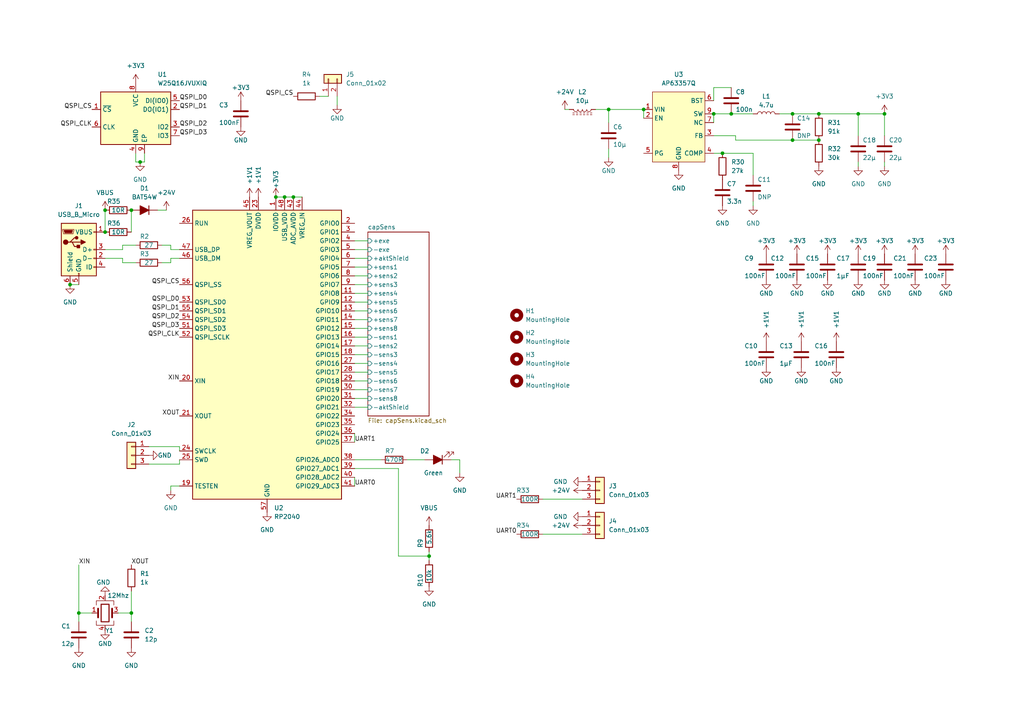
<source format=kicad_sch>
(kicad_sch (version 20211123) (generator eeschema)
  (paper "A4")
  (lib_symbols
    (symbol "Bergi:AP63357Q"
      (property "Reference" "U" (at -6.35 11.43 0))
      (property "Value" "AP63357Q" (at -2.54 8.89 0))
      (symbol "AP63357Q_0_1"
        (rectangle (start -7.62 7.62) (end 7.62 -12.7) (fill (type background)))
      )
      (symbol "AP63357Q_1_1"
        (pin unspecified line (at -10.16 2.54 0) (length 2.54) (name "VIN") (number "1"))
        (pin unspecified line (at -10.16 0 0) (length 2.54) (name "EN") (number "2"))
        (pin unspecified line (at 10.16 -5.08 180) (length 2.54) (name "FB") (number "3"))
        (pin unspecified line (at 10.16 -10.16 180) (length 2.54) (name "COMP") (number "4"))
        (pin unspecified line (at -10.16 -10.16 0) (length 2.54) (name "PG") (number "5"))
        (pin unspecified line (at 10.16 5.08 180) (length 2.54) (name "BST") (number "6"))
        (pin unspecified line (at 10.16 -1.27 180) (length 2.54) (name "NC") (number "7"))
        (pin unspecified line (at 0 -15.24 90) (length 2.54) (name "GND") (number "8"))
        (pin unspecified line (at 10.16 1.27 180) (length 2.54) (name "SW") (number "9"))
      )
    )
    (symbol "Bergi:W25Q16JVUXIQ"
      (property "Reference" "U" (at -8.89 8.89 0))
      (property "Value" "W25Q16JVUXIQ" (at 7.62 8.89 0))
      (symbol "W25Q16JVUXIQ_0_1"
        (rectangle (start -10.16 7.62) (end 10.16 -7.62) (stroke (width 0.254)) (fill (type background)))
      )
      (symbol "W25Q16JVUXIQ_1_1"
        (pin input line (at -12.7 2.54 0) (length 2.54) (name "~{CS}") (number "1"))
        (pin bidirectional line (at 12.7 2.54 180) (length 2.54) (name "DO(IO1)") (number "2"))
        (pin bidirectional line (at 12.7 -2.54 180) (length 2.54) (name "IO2") (number "3"))
        (pin power_in line (at 0 -10.16 90) (length 2.54) (name "GND") (number "4"))
        (pin bidirectional line (at 12.7 5.08 180) (length 2.54) (name "DI(IO0)") (number "5"))
        (pin input line (at -12.7 -2.54 0) (length 2.54) (name "CLK") (number "6"))
        (pin bidirectional line (at 12.7 -5.08 180) (length 2.54) (name "IO3") (number "7"))
        (pin power_in line (at 0 10.16 270) (length 2.54) (name "VCC") (number "8"))
        (pin passive line (at 2.54 -10.16 90) (length 2.54) (name "EP") (number "9"))
      )
    )
    (symbol "Connector:USB_B_Micro" (pin_names (offset 1.016))
      (property "Reference" "J" (at -5.08 11.43 0))
      (property "Value" "USB_B_Micro" (at -5.08 8.89 0))
      (symbol "USB_B_Micro_0_1"
        (rectangle (start -5.08 -7.62) (end 5.08 7.62) (stroke (width 0.254)) (fill (type background)))
        (circle (center -3.81 2.159) (radius 0.635) (stroke (width 0.254)) (fill (type outline)))
        (circle (center -0.635 3.429) (radius 0.381) (stroke (width 0.254)) (fill (type outline)))
        (rectangle (start -0.127 -7.62) (end 0.127 -6.858))
        (polyline (pts (xy -1.905 2.159) (xy 0.635 2.159)) (stroke (width 0.254)))
        (polyline (pts (xy -3.175 2.159) (xy -2.54 2.159) (xy -1.27 3.429) (xy -0.635 3.429)) (stroke (width 0.254)))
        (polyline (pts (xy -2.54 2.159) (xy -1.905 2.159) (xy -1.27 0.889) (xy 0 0.889)) (stroke (width 0.254)))
        (polyline (pts (xy 0.635 2.794) (xy 0.635 1.524) (xy 1.905 2.159) (xy 0.635 2.794)) (stroke (width 0.254)) (fill (type outline)))
        (polyline (pts (xy -4.318 5.588) (xy -1.778 5.588) (xy -2.032 4.826) (xy -4.064 4.826) (xy -4.318 5.588)) (fill (type outline)))
        (polyline (pts (xy -4.699 5.842) (xy -4.699 5.588) (xy -4.445 4.826) (xy -4.445 4.572) (xy -1.651 4.572) (xy -1.651 4.826) (xy -1.397 5.588) (xy -1.397 5.842) (xy -4.699 5.842)))
        (rectangle (start 0.254 1.27) (end -0.508 0.508) (stroke (width 0.254)) (fill (type outline)))
        (rectangle (start 5.08 -5.207) (end 4.318 -4.953))
        (rectangle (start 5.08 -2.667) (end 4.318 -2.413))
        (rectangle (start 5.08 -0.127) (end 4.318 0.127))
        (rectangle (start 5.08 4.953) (end 4.318 5.207))
      )
      (symbol "USB_B_Micro_1_1"
        (pin power_out line (at 7.62 5.08 180) (length 2.54) (name "VBUS") (number "1"))
        (pin bidirectional line (at 7.62 -2.54 180) (length 2.54) (name "D-") (number "2"))
        (pin bidirectional line (at 7.62 0 180) (length 2.54) (name "D+") (number "3"))
        (pin passive line (at 7.62 -5.08 180) (length 2.54) (name "ID") (number "4"))
        (pin power_out line (at 0 -10.16 90) (length 2.54) (name "GND") (number "5"))
        (pin passive line (at -2.54 -10.16 90) (length 2.54) (name "Shield") (number "6"))
      )
    )
    (symbol "Connector_Generic:Conn_01x02" (pin_names (offset 1.016) hide)
      (property "Reference" "J" (at 0 2.54 0))
      (property "Value" "Conn_01x02" (at 0 -5.08 0))
      (symbol "Conn_01x02_1_1"
        (rectangle (start -1.27 -2.413) (end 0 -2.667) (stroke (width 0.1524)))
        (rectangle (start -1.27 0.127) (end 0 -0.127) (stroke (width 0.1524)))
        (rectangle (start -1.27 1.27) (end 1.27 -3.81) (stroke (width 0.254)) (fill (type background)))
        (pin passive line (at -5.08 0 0) (length 3.81) (name "Pin_1") (number "1"))
        (pin passive line (at -5.08 -2.54 0) (length 3.81) (name "Pin_2") (number "2"))
      )
    )
    (symbol "Connector_Generic:Conn_01x03" (pin_names (offset 1.016) hide)
      (property "Reference" "J" (at 0 5.08 0))
      (property "Value" "Conn_01x03" (at 0 -5.08 0))
      (symbol "Conn_01x03_1_1"
        (rectangle (start -1.27 -2.413) (end 0 -2.667) (stroke (width 0.1524)))
        (rectangle (start -1.27 0.127) (end 0 -0.127) (stroke (width 0.1524)))
        (rectangle (start -1.27 2.667) (end 0 2.413) (stroke (width 0.1524)))
        (rectangle (start -1.27 3.81) (end 1.27 -3.81) (stroke (width 0.254)) (fill (type background)))
        (pin passive line (at -5.08 2.54 0) (length 3.81) (name "Pin_1") (number "1"))
        (pin passive line (at -5.08 0 0) (length 3.81) (name "Pin_2") (number "2"))
        (pin passive line (at -5.08 -2.54 0) (length 3.81) (name "Pin_3") (number "3"))
      )
    )
    (symbol "Device:C" (pin_numbers hide) (pin_names (offset 0.254))
      (property "Reference" "C" (at 0.635 2.54 0))
      (property "Value" "C" (at 0.635 -2.54 0))
      (symbol "C_0_1"
        (polyline (pts (xy -2.032 -0.762) (xy 2.032 -0.762)) (stroke (width 0.508)))
        (polyline (pts (xy -2.032 0.762) (xy 2.032 0.762)) (stroke (width 0.508)))
      )
      (symbol "C_1_1"
        (pin passive line (at 0 3.81 270) (length 2.794) (name "~") (number "1"))
        (pin passive line (at 0 -3.81 90) (length 2.794) (name "~") (number "2"))
      )
    )
    (symbol "Device:Crystal_GND24" (pin_names (offset 1.016) hide)
      (property "Reference" "Y" (at 3.175 5.08 0))
      (property "Value" "Crystal_GND24" (at 3.175 3.175 0))
      (symbol "Crystal_GND24_0_1"
        (rectangle (start -1.143 2.54) (end 1.143 -2.54) (stroke (width 0.3048)))
        (polyline (pts (xy -2.54 0) (xy -2.032 0)))
        (polyline (pts (xy -2.032 -1.27) (xy -2.032 1.27)) (stroke (width 0.508)))
        (polyline (pts (xy 0 -3.81) (xy 0 -3.556)))
        (polyline (pts (xy 0 3.556) (xy 0 3.81)))
        (polyline (pts (xy 2.032 -1.27) (xy 2.032 1.27)) (stroke (width 0.508)))
        (polyline (pts (xy 2.032 0) (xy 2.54 0)))
        (polyline (pts (xy -2.54 -2.286) (xy -2.54 -3.556) (xy 2.54 -3.556) (xy 2.54 -2.286)))
        (polyline (pts (xy -2.54 2.286) (xy -2.54 3.556) (xy 2.54 3.556) (xy 2.54 2.286)))
      )
      (symbol "Crystal_GND24_1_1"
        (pin passive line (at -3.81 0 0) (length 1.27) (name "1") (number "1"))
        (pin passive line (at 0 5.08 270) (length 1.27) (name "2") (number "2"))
        (pin passive line (at 3.81 0 180) (length 1.27) (name "3") (number "3"))
        (pin passive line (at 0 -5.08 90) (length 1.27) (name "4") (number "4"))
      )
    )
    (symbol "Device:D_Filled" (pin_numbers hide) (pin_names (offset 1.016) hide)
      (property "Reference" "D" (at 0 2.54 0))
      (property "Value" "D_Filled" (at 0 -2.54 0))
      (symbol "D_Filled_0_1"
        (polyline (pts (xy -1.27 1.27) (xy -1.27 -1.27)) (stroke (width 0.254)))
        (polyline (pts (xy 1.27 0) (xy -1.27 0)))
        (polyline (pts (xy 1.27 1.27) (xy 1.27 -1.27) (xy -1.27 0) (xy 1.27 1.27)) (stroke (width 0.254)) (fill (type outline)))
      )
      (symbol "D_Filled_1_1"
        (pin passive line (at -3.81 0 0) (length 2.54) (name "K") (number "1"))
        (pin passive line (at 3.81 0 180) (length 2.54) (name "A") (number "2"))
      )
    )
    (symbol "Device:L" (pin_numbers hide) (pin_names (offset 1.016) hide)
      (property "Reference" "L" (at -1.27 0 90))
      (property "Value" "L" (at 1.905 0 90))
      (symbol "L_0_1"
        (arc (start 0 -2.54) (mid 0.635 -1.905) (end 0 -1.27))
        (arc (start 0 -1.27) (mid 0.635 -0.635) (end 0 0))
        (arc (start 0 0) (mid 0.635 0.635) (end 0 1.27))
        (arc (start 0 1.27) (mid 0.635 1.905) (end 0 2.54))
      )
      (symbol "L_1_1"
        (pin passive line (at 0 3.81 270) (length 1.27) (name "1") (number "1"))
        (pin passive line (at 0 -3.81 90) (length 1.27) (name "2") (number "2"))
      )
    )
    (symbol "Device:LED_Filled" (pin_numbers hide) (pin_names (offset 1.016) hide)
      (property "Reference" "D" (at 0 2.54 0))
      (property "Value" "LED_Filled" (at 0 -2.54 0))
      (symbol "LED_Filled_0_1"
        (polyline (pts (xy -1.27 -1.27) (xy -1.27 1.27)) (stroke (width 0.254)))
        (polyline (pts (xy -1.27 0) (xy 1.27 0)))
        (polyline (pts (xy 1.27 -1.27) (xy 1.27 1.27) (xy -1.27 0) (xy 1.27 -1.27)) (stroke (width 0.254)) (fill (type outline)))
        (polyline (pts (xy -3.048 -0.762) (xy -4.572 -2.286) (xy -3.81 -2.286) (xy -4.572 -2.286) (xy -4.572 -1.524)))
        (polyline (pts (xy -1.778 -0.762) (xy -3.302 -2.286) (xy -2.54 -2.286) (xy -3.302 -2.286) (xy -3.302 -1.524)))
      )
      (symbol "LED_Filled_1_1"
        (pin passive line (at -3.81 0 0) (length 2.54) (name "K") (number "1"))
        (pin passive line (at 3.81 0 180) (length 2.54) (name "A") (number "2"))
      )
    )
    (symbol "Device:L_Ferrite" (pin_numbers hide) (pin_names (offset 1.016) hide)
      (property "Reference" "L" (at -1.27 0 90))
      (property "Value" "L_Ferrite" (at 2.794 0 90))
      (symbol "L_Ferrite_0_1"
        (arc (start 0 -2.54) (mid 0.635 -1.905) (end 0 -1.27))
        (arc (start 0 -1.27) (mid 0.635 -0.635) (end 0 0))
        (polyline (pts (xy 1.016 -2.794) (xy 1.016 -2.286)))
        (polyline (pts (xy 1.016 -1.778) (xy 1.016 -1.27)))
        (polyline (pts (xy 1.016 -0.762) (xy 1.016 -0.254)))
        (polyline (pts (xy 1.016 0.254) (xy 1.016 0.762)))
        (polyline (pts (xy 1.016 1.27) (xy 1.016 1.778)))
        (polyline (pts (xy 1.016 2.286) (xy 1.016 2.794)))
        (polyline (pts (xy 1.524 -2.286) (xy 1.524 -2.794)))
        (polyline (pts (xy 1.524 -1.27) (xy 1.524 -1.778)))
        (polyline (pts (xy 1.524 -0.254) (xy 1.524 -0.762)))
        (polyline (pts (xy 1.524 0.762) (xy 1.524 0.254)))
        (polyline (pts (xy 1.524 1.778) (xy 1.524 1.27)))
        (polyline (pts (xy 1.524 2.794) (xy 1.524 2.286)))
        (arc (start 0 0) (mid 0.635 0.635) (end 0 1.27))
        (arc (start 0 1.27) (mid 0.635 1.905) (end 0 2.54))
      )
      (symbol "L_Ferrite_1_1"
        (pin passive line (at 0 3.81 270) (length 1.27) (name "1") (number "1"))
        (pin passive line (at 0 -3.81 90) (length 1.27) (name "2") (number "2"))
      )
    )
    (symbol "Device:R" (pin_numbers hide) (pin_names (offset 0))
      (property "Reference" "R" (at 2.032 0 90))
      (property "Value" "R" (at 0 0 90))
      (symbol "R_0_1"
        (rectangle (start -1.016 -2.54) (end 1.016 2.54) (stroke (width 0.254)))
      )
      (symbol "R_1_1"
        (pin passive line (at 0 3.81 270) (length 1.27) (name "~") (number "1"))
        (pin passive line (at 0 -3.81 90) (length 1.27) (name "~") (number "2"))
      )
    )
    (symbol "MCU_RaspberryPi:RP2040"
      (property "Reference" "U" (at 17.78 45.72 0))
      (property "Value" "RP2040" (at 17.78 43.18 0))
      (symbol "RP2040_0_1"
        (rectangle (start -21.59 41.91) (end 21.59 -41.91) (stroke (width 0.254)) (fill (type background)))
      )
      (symbol "RP2040_1_1"
        (pin power_in line (at 2.54 45.72 270) (length 3.81) (name "IOVDD") (number "1"))
        (pin passive line (at 2.54 45.72 270) (length 3.81) hide (name "IOVDD") (number "10"))
        (pin bidirectional line (at 25.4 17.78 180) (length 3.81) (name "GPIO8") (number "11"))
        (pin bidirectional line (at 25.4 15.24 180) (length 3.81) (name "GPIO9") (number "12"))
        (pin bidirectional line (at 25.4 12.7 180) (length 3.81) (name "GPIO10") (number "13"))
        (pin bidirectional line (at 25.4 10.16 180) (length 3.81) (name "GPIO11") (number "14"))
        (pin bidirectional line (at 25.4 7.62 180) (length 3.81) (name "GPIO12") (number "15"))
        (pin bidirectional line (at 25.4 5.08 180) (length 3.81) (name "GPIO13") (number "16"))
        (pin bidirectional line (at 25.4 2.54 180) (length 3.81) (name "GPIO14") (number "17"))
        (pin bidirectional line (at 25.4 0 180) (length 3.81) (name "GPIO15") (number "18"))
        (pin input line (at -25.4 -38.1 0) (length 3.81) (name "TESTEN") (number "19"))
        (pin bidirectional line (at 25.4 38.1 180) (length 3.81) (name "GPIO0") (number "2"))
        (pin input line (at -25.4 -7.62 0) (length 3.81) (name "XIN") (number "20"))
        (pin passive line (at -25.4 -17.78 0) (length 3.81) (name "XOUT") (number "21"))
        (pin passive line (at 2.54 45.72 270) (length 3.81) hide (name "IOVDD") (number "22"))
        (pin power_in line (at -2.54 45.72 270) (length 3.81) (name "DVDD") (number "23"))
        (pin output line (at -25.4 -27.94 0) (length 3.81) (name "SWCLK") (number "24"))
        (pin bidirectional line (at -25.4 -30.48 0) (length 3.81) (name "SWD") (number "25"))
        (pin input line (at -25.4 38.1 0) (length 3.81) (name "RUN") (number "26"))
        (pin bidirectional line (at 25.4 -2.54 180) (length 3.81) (name "GPIO16") (number "27"))
        (pin bidirectional line (at 25.4 -5.08 180) (length 3.81) (name "GPIO17") (number "28"))
        (pin bidirectional line (at 25.4 -7.62 180) (length 3.81) (name "GPIO18") (number "29"))
        (pin bidirectional line (at 25.4 35.56 180) (length 3.81) (name "GPIO1") (number "3"))
        (pin bidirectional line (at 25.4 -10.16 180) (length 3.81) (name "GPIO19") (number "30"))
        (pin bidirectional line (at 25.4 -12.7 180) (length 3.81) (name "GPIO20") (number "31"))
        (pin bidirectional line (at 25.4 -15.24 180) (length 3.81) (name "GPIO21") (number "32"))
        (pin passive line (at 2.54 45.72 270) (length 3.81) hide (name "IOVDD") (number "33"))
        (pin bidirectional line (at 25.4 -17.78 180) (length 3.81) (name "GPIO22") (number "34"))
        (pin bidirectional line (at 25.4 -20.32 180) (length 3.81) (name "GPIO23") (number "35"))
        (pin bidirectional line (at 25.4 -22.86 180) (length 3.81) (name "GPIO24") (number "36"))
        (pin bidirectional line (at 25.4 -25.4 180) (length 3.81) (name "GPIO25") (number "37"))
        (pin bidirectional line (at 25.4 -30.48 180) (length 3.81) (name "GPIO26_ADC0") (number "38"))
        (pin bidirectional line (at 25.4 -33.02 180) (length 3.81) (name "GPIO27_ADC1") (number "39"))
        (pin bidirectional line (at 25.4 33.02 180) (length 3.81) (name "GPIO2") (number "4"))
        (pin bidirectional line (at 25.4 -35.56 180) (length 3.81) (name "GPIO28_ADC2") (number "40"))
        (pin bidirectional line (at 25.4 -38.1 180) (length 3.81) (name "GPIO29_ADC3") (number "41"))
        (pin passive line (at 2.54 45.72 270) (length 3.81) hide (name "IOVDD") (number "42"))
        (pin power_in line (at 7.62 45.72 270) (length 3.81) (name "ADC_AVDD") (number "43"))
        (pin power_in line (at 10.16 45.72 270) (length 3.81) (name "VREG_IN") (number "44"))
        (pin power_out line (at -5.08 45.72 270) (length 3.81) (name "VREG_VOUT") (number "45"))
        (pin bidirectional line (at -25.4 27.94 0) (length 3.81) (name "USB_DM") (number "46"))
        (pin bidirectional line (at -25.4 30.48 0) (length 3.81) (name "USB_DP") (number "47"))
        (pin power_in line (at 5.08 45.72 270) (length 3.81) (name "USB_VDD") (number "48"))
        (pin passive line (at 2.54 45.72 270) (length 3.81) hide (name "IOVDD") (number "49"))
        (pin bidirectional line (at 25.4 30.48 180) (length 3.81) (name "GPIO3") (number "5"))
        (pin passive line (at -2.54 45.72 270) (length 3.81) hide (name "DVDD") (number "50"))
        (pin bidirectional line (at -25.4 7.62 0) (length 3.81) (name "QSPI_SD3") (number "51"))
        (pin output line (at -25.4 5.08 0) (length 3.81) (name "QSPI_SCLK") (number "52"))
        (pin bidirectional line (at -25.4 15.24 0) (length 3.81) (name "QSPI_SD0") (number "53"))
        (pin bidirectional line (at -25.4 10.16 0) (length 3.81) (name "QSPI_SD2") (number "54"))
        (pin bidirectional line (at -25.4 12.7 0) (length 3.81) (name "QSPI_SD1") (number "55"))
        (pin bidirectional line (at -25.4 20.32 0) (length 3.81) (name "QSPI_SS") (number "56"))
        (pin power_in line (at 0 -45.72 90) (length 3.81) (name "GND") (number "57"))
        (pin bidirectional line (at 25.4 27.94 180) (length 3.81) (name "GPIO4") (number "6"))
        (pin bidirectional line (at 25.4 25.4 180) (length 3.81) (name "GPIO5") (number "7"))
        (pin bidirectional line (at 25.4 22.86 180) (length 3.81) (name "GPIO6") (number "8"))
        (pin bidirectional line (at 25.4 20.32 180) (length 3.81) (name "GPIO7") (number "9"))
      )
    )
    (symbol "Mechanical:MountingHole" (pin_names (offset 1.016))
      (property "Reference" "H" (at 0 5.08 0))
      (property "Value" "MountingHole" (at 0 3.175 0))
      (symbol "MountingHole_0_1"
        (circle (center 0 0) (radius 1.27) (stroke (width 1.27)))
      )
    )
    (symbol "power:+1V1" (power) (pin_names (offset 0))
      (property "Value" "+1V1" (at 0 3.556 0))
      (symbol "+1V1_0_1"
        (polyline (pts (xy -0.762 1.27) (xy 0 2.54)))
        (polyline (pts (xy 0 0) (xy 0 2.54)))
        (polyline (pts (xy 0 2.54) (xy 0.762 1.27)))
      )
      (symbol "+1V1_1_1"
        (pin power_in line (at 0 0 90) (length 0) hide (name "+1V1") (number "1"))
      )
    )
    (symbol "power:+24V" (power) (pin_names (offset 0))
      (property "Value" "+24V" (at 0 3.556 0))
      (symbol "+24V_0_1"
        (polyline (pts (xy -0.762 1.27) (xy 0 2.54)))
        (polyline (pts (xy 0 0) (xy 0 2.54)))
        (polyline (pts (xy 0 2.54) (xy 0.762 1.27)))
      )
      (symbol "+24V_1_1"
        (pin power_in line (at 0 0 90) (length 0) hide (name "+24V") (number "1"))
      )
    )
    (symbol "power:+3V3" (power) (pin_names (offset 0))
      (property "Value" "+3V3" (at 0 3.556 0))
      (symbol "+3V3_0_1"
        (polyline (pts (xy -0.762 1.27) (xy 0 2.54)))
        (polyline (pts (xy 0 0) (xy 0 2.54)))
        (polyline (pts (xy 0 2.54) (xy 0.762 1.27)))
      )
      (symbol "+3V3_1_1"
        (pin power_in line (at 0 0 90) (length 0) hide (name "+3V3") (number "1"))
      )
    )
    (symbol "power:GND" (power) (pin_names (offset 0))
      (property "Value" "GND" (at 0 -3.81 0))
      (symbol "GND_0_1"
        (polyline (pts (xy 0 0) (xy 0 -1.27) (xy 1.27 -1.27) (xy 0 -2.54) (xy -1.27 -1.27) (xy 0 -1.27)))
      )
      (symbol "GND_1_1"
        (pin power_in line (at 0 0 270) (length 0) hide (name "GND") (number "1"))
      )
    )
    (symbol "power:VBUS" (power) (pin_names (offset 0))
      (property "Value" "VBUS" (at 0 3.81 0))
      (symbol "VBUS_0_1"
        (polyline (pts (xy -0.762 1.27) (xy 0 2.54)))
        (polyline (pts (xy 0 0) (xy 0 2.54)))
        (polyline (pts (xy 0 2.54) (xy 0.762 1.27)))
      )
      (symbol "VBUS_1_1"
        (pin power_in line (at 0 0 90) (length 0) hide (name "VBUS") (number "1"))
      )
    )
  )
  (junction (at 248.92 33.02))
  (junction (at 207.01 33.02))
  (junction (at 229.87 33.02))
  (junction (at 22.86 177.8))
  (junction (at 229.87 40.64))
  (junction (at 209.55 44.45))
  (junction (at 186.69 31.75))
  (junction (at 256.54 33.02))
  (junction (at 30.48 67.31))
  (junction (at 30.48 60.96))
  (junction (at 20.32 82.55))
  (junction (at 82.55 57.15))
  (junction (at 124.46 161.29))
  (junction (at 80.01 57.15))
  (junction (at 212.09 33.02))
  (junction (at 237.49 40.64))
  (junction (at 176.53 31.75))
  (junction (at 38.1 60.96))
  (junction (at 40.64 46.99))
  (junction (at 237.49 33.02))
  (junction (at 85.09 57.15))
  (junction (at 38.1 177.8))
  (wire (pts (xy 115.57 135.89) (xy 115.57 161.29)))
  (wire (pts (xy 97.79 27.94) (xy 97.79 30.48)))
  (wire (pts (xy 102.87 92.71) (xy 106.68 92.71)))
  (wire (pts (xy 218.44 44.45) (xy 209.55 44.45)))
  (wire (pts (xy 39.37 71.12) (xy 35.56 71.12)))
  (wire (pts (xy 46.99 76.2) (xy 49.53 76.2)))
  (wire (pts (xy 102.87 110.49) (xy 106.68 110.49)))
  (wire (pts (xy 102.87 77.47) (xy 106.68 77.47)))
  (wire (pts (xy 124.46 161.29) (xy 124.46 162.56)))
  (wire (pts (xy 38.1 60.96) (xy 38.1 67.31)))
  (wire (pts (xy 102.87 113.03) (xy 106.68 113.03)))
  (wire (pts (xy 22.86 180.34) (xy 22.86 177.8)))
  (wire (pts (xy 102.87 100.33) (xy 106.68 100.33)))
  (wire (pts (xy 82.55 57.15) (xy 85.09 57.15)))
  (wire (pts (xy 52.07 72.39) (xy 49.53 72.39)))
  (wire (pts (xy 157.48 154.94) (xy 168.91 154.94)))
  (wire (pts (xy 256.54 39.37) (xy 256.54 33.02)))
  (wire (pts (xy 209.55 44.45) (xy 207.01 44.45)))
  (wire (pts (xy 102.87 90.17) (xy 106.68 90.17)))
  (wire (pts (xy 256.54 33.02) (xy 248.92 33.02)))
  (wire (pts (xy 45.72 60.96) (xy 48.26 60.96)))
  (wire (pts (xy 34.29 177.8) (xy 38.1 177.8)))
  (wire (pts (xy 39.37 46.99) (xy 40.64 46.99)))
  (wire (pts (xy 85.09 57.15) (xy 87.63 57.15)))
  (wire (pts (xy 30.48 67.31) (xy 30.48 60.96)))
  (wire (pts (xy 102.87 85.09) (xy 106.68 85.09)))
  (wire (pts (xy 40.64 46.99) (xy 41.91 46.99)))
  (wire (pts (xy 35.56 71.12) (xy 35.56 72.39)))
  (wire (pts (xy 102.87 125.73) (xy 102.87 128.27)))
  (wire (pts (xy 176.53 35.56) (xy 176.53 31.75)))
  (wire (pts (xy 102.87 118.11) (xy 106.68 118.11)))
  (wire (pts (xy 212.09 33.02) (xy 218.44 33.02)))
  (wire (pts (xy 133.35 137.16) (xy 133.35 133.35)))
  (wire (pts (xy 115.57 161.29) (xy 124.46 161.29)))
  (wire (pts (xy 38.1 171.45) (xy 38.1 177.8)))
  (wire (pts (xy 102.87 87.63) (xy 106.68 87.63)))
  (wire (pts (xy 22.86 177.8) (xy 26.67 177.8)))
  (wire (pts (xy 102.87 95.25) (xy 106.68 95.25)))
  (wire (pts (xy 256.54 48.26) (xy 256.54 46.99)))
  (wire (pts (xy 35.56 72.39) (xy 30.48 72.39)))
  (wire (pts (xy 248.92 33.02) (xy 248.92 39.37)))
  (wire (pts (xy 52.07 130.81) (xy 52.07 129.54)))
  (wire (pts (xy 176.53 31.75) (xy 186.69 31.75)))
  (wire (pts (xy 80.01 57.15) (xy 82.55 57.15)))
  (wire (pts (xy 218.44 59.69) (xy 218.44 58.42)))
  (wire (pts (xy 41.91 46.99) (xy 41.91 44.45)))
  (wire (pts (xy 229.87 33.02) (xy 237.49 33.02)))
  (wire (pts (xy 20.32 82.55) (xy 22.86 82.55)))
  (wire (pts (xy 186.69 31.75) (xy 186.69 34.29)))
  (wire (pts (xy 226.06 33.02) (xy 229.87 33.02)))
  (wire (pts (xy 102.87 97.79) (xy 106.68 97.79)))
  (wire (pts (xy 124.46 160.02) (xy 124.46 161.29)))
  (wire (pts (xy 213.36 39.37) (xy 213.36 40.64)))
  (wire (pts (xy 35.56 76.2) (xy 39.37 76.2)))
  (wire (pts (xy 176.53 45.72) (xy 176.53 43.18)))
  (wire (pts (xy 102.87 74.93) (xy 106.68 74.93)))
  (wire (pts (xy 163.83 31.75) (xy 165.1 31.75)))
  (wire (pts (xy 102.87 107.95) (xy 106.68 107.95)))
  (wire (pts (xy 133.35 133.35) (xy 130.81 133.35)))
  (wire (pts (xy 207.01 25.4) (xy 212.09 25.4)))
  (wire (pts (xy 49.53 74.93) (xy 52.07 74.93)))
  (wire (pts (xy 218.44 50.8) (xy 218.44 44.45)))
  (wire (pts (xy 49.53 142.24) (xy 49.53 140.97)))
  (wire (pts (xy 22.86 163.83) (xy 22.86 177.8)))
  (wire (pts (xy 102.87 105.41) (xy 106.68 105.41)))
  (wire (pts (xy 49.53 71.12) (xy 46.99 71.12)))
  (wire (pts (xy 207.01 33.02) (xy 212.09 33.02)))
  (wire (pts (xy 102.87 135.89) (xy 115.57 135.89)))
  (wire (pts (xy 207.01 35.56) (xy 207.01 33.02)))
  (wire (pts (xy 102.87 82.55) (xy 106.68 82.55)))
  (wire (pts (xy 39.37 44.45) (xy 39.37 46.99)))
  (wire (pts (xy 102.87 138.43) (xy 102.87 140.97)))
  (wire (pts (xy 35.56 74.93) (xy 35.56 76.2)))
  (wire (pts (xy 248.92 48.26) (xy 248.92 46.99)))
  (wire (pts (xy 118.11 133.35) (xy 123.19 133.35)))
  (wire (pts (xy 207.01 39.37) (xy 213.36 39.37)))
  (wire (pts (xy 49.53 140.97) (xy 52.07 140.97)))
  (wire (pts (xy 172.72 31.75) (xy 176.53 31.75)))
  (wire (pts (xy 52.07 134.62) (xy 52.07 133.35)))
  (wire (pts (xy 102.87 115.57) (xy 106.68 115.57)))
  (wire (pts (xy 102.87 69.85) (xy 106.68 69.85)))
  (wire (pts (xy 237.49 33.02) (xy 248.92 33.02)))
  (wire (pts (xy 102.87 80.01) (xy 106.68 80.01)))
  (wire (pts (xy 102.87 102.87) (xy 106.68 102.87)))
  (wire (pts (xy 157.48 144.78) (xy 168.91 144.78)))
  (wire (pts (xy 49.53 72.39) (xy 49.53 71.12)))
  (wire (pts (xy 207.01 29.21) (xy 207.01 25.4)))
  (wire (pts (xy 49.53 76.2) (xy 49.53 74.93)))
  (wire (pts (xy 229.87 40.64) (xy 237.49 40.64)))
  (wire (pts (xy 92.71 27.94) (xy 95.25 27.94)))
  (wire (pts (xy 102.87 133.35) (xy 110.49 133.35)))
  (wire (pts (xy 30.48 74.93) (xy 35.56 74.93)))
  (wire (pts (xy 213.36 40.64) (xy 229.87 40.64)))
  (wire (pts (xy 43.18 134.62) (xy 52.07 134.62)))
  (wire (pts (xy 102.87 72.39) (xy 106.68 72.39)))
  (wire (pts (xy 52.07 129.54) (xy 43.18 129.54)))
  (wire (pts (xy 38.1 177.8) (xy 38.1 180.34)))
  (label "UART1" (at 102.87 128.27 0))
  (label "QSPI_CLK" (at 52.07 97.79 180))
  (label "QSPI_CS" (at 85.09 27.94 180))
  (label "QSPI_D2" (at 52.07 92.71 180))
  (label "XOUT" (at 38.1 163.83 0))
  (label "QSPI_D1" (at 52.07 90.17 180))
  (label "UART1" (at 149.86 144.78 180))
  (label "XOUT" (at 52.07 120.65 180))
  (label "XIN" (at 22.86 163.83 0))
  (label "QSPI_CLK" (at 26.67 36.83 180))
  (label "QSPI_D0" (at 52.07 87.63 180))
  (label "QSPI_D2" (at 52.07 36.83 0))
  (label "UART0" (at 102.87 140.97 0))
  (label "QSPI_D0" (at 52.07 29.21 0))
  (label "QSPI_CS" (at 26.67 31.75 180))
  (label "QSPI_D3" (at 52.07 39.37 0))
  (label "QSPI_CS" (at 52.07 82.55 180))
  (label "XIN" (at 52.07 110.49 180))
  (label "UART0" (at 149.86 154.94 180))
  (label "QSPI_D3" (at 52.07 95.25 180))
  (label "QSPI_D1" (at 52.07 31.75 0))
  (symbol (lib_id "Device:R") (at 43.18 71.12 90) (unit 1)
    (property "Reference" "R2" (at 41.91 68.58 90))
    (property "Value" "27" (at 43.18 71.12 90))
    (property "Footprint" "Resistor_SMD:R_0603_1608Metric" (effects hide))
  )
  (symbol (lib_id "power:+3V3") (at 39.37 24.13 0) (unit 1)
    (property "Reference" "#PWR07" (effects hide))
    (property "Value" "+3V3" (at 39.37 19.05 0))
  )
  (symbol (lib_id "Device:R") (at 34.29 60.96 90) (unit 1)
    (property "Reference" "R35" (at 33.02 58.42 90))
    (property "Value" "10R" (at 34.29 60.96 90))
    (property "Footprint" "Resistor_SMD:R_0603_1608Metric" (effects hide))
  )
  (symbol (lib_id "Device:C") (at 242.57 102.87 0) (unit 1)
    (property "Reference" "C16" (at 236.22 100.33 0) (effects (justify left)))
    (property "Value" "100nF" (at 236.22 105.41 0) (effects (justify left)))
    (property "Footprint" "Capacitor_SMD:C_0603_1608Metric" (effects hide))
  )
  (symbol (lib_id "Device:R") (at 237.49 44.45 0) (unit 1)
    (property "Reference" "R32" (at 240.03 43.1799 0) (effects (justify left)))
    (property "Value" "30k" (at 240.03 45.7199 0) (effects (justify left)))
    (property "Footprint" "Resistor_SMD:R_0603_1608Metric" (effects hide))
  )
  (symbol (lib_id "Device:C") (at 256.54 43.18 180) (unit 1)
    (property "Reference" "C20" (at 257.81 40.64 0) (effects (justify right)))
    (property "Value" "22µ" (at 257.81 45.72 0) (effects (justify right)))
    (property "Footprint" "Capacitor_SMD:C_1206_3216Metric" (effects hide))
  )
  (symbol (lib_id "power:GND") (at 38.1 187.96 0) (unit 1)
    (property "Reference" "#PWR06" (effects hide))
    (property "Value" "GND" (at 38.1 193.04 0))
  )
  (symbol (lib_id "power:GND") (at 40.64 46.99 0) (unit 1)
    (property "Reference" "#PWR08" (effects hide))
    (property "Value" "GND" (at 40.64 52.07 0))
  )
  (symbol (lib_id "Device:R") (at 88.9 27.94 90) (unit 1)
    (property "Reference" "R4" (at 88.9 21.59 90))
    (property "Value" "1k" (at 88.9 24.13 90))
    (property "Footprint" "Resistor_SMD:R_0603_1608Metric" (effects hide))
  )
  (symbol (lib_id "power:GND") (at 274.32 81.28 0) (unit 1)
    (property "Reference" "#PWR0102" (effects hide))
    (property "Value" "GND" (at 274.32 85.09 0))
  )
  (symbol (lib_id "power:+3V3") (at 231.14 73.66 0) (unit 1)
    (property "Reference" "#PWR033" (effects hide))
    (property "Value" "+3V3" (at 231.14 69.85 0))
  )
  (symbol (lib_id "Device:R") (at 124.46 166.37 0) (unit 1)
    (property "Reference" "R10" (at 121.92 166.37 90) (effects (justify right)))
    (property "Value" "10k" (at 124.46 165.1 90) (effects (justify right)))
    (property "Footprint" "Resistor_SMD:R_0603_1608Metric" (effects hide))
  )
  (symbol (lib_id "Device:L_Ferrite") (at 168.91 31.75 270) (unit 1)
    (property "Reference" "L2" (at 168.91 26.67 90))
    (property "Value" "10µ" (at 168.91 29.21 90))
    (property "Footprint" "Inductor_SMD:L_0805_2012Metric" (effects hide))
  )
  (symbol (lib_id "Device:L") (at 222.25 33.02 90) (unit 1)
    (property "Reference" "L1" (at 222.25 27.94 90))
    (property "Value" "4.7u" (at 222.25 30.48 90))
    (property "Footprint" "Inductor_SMD:L_1008_2520Metric" (effects hide))
  )
  (symbol (lib_id "Connector:USB_B_Micro") (at 22.86 72.39 0) (unit 1)
    (property "Reference" "J1" (at 22.86 59.69 0))
    (property "Value" "USB_B_Micro" (at 22.86 62.23 0))
    (property "Footprint" "Connector_USB:USB_Micro-B_GCT_USB3076-30-A" (effects hide))
    (property "HTN" "USB3076-30, USB3075-30" (effects hide))
  )
  (symbol (lib_id "Device:C") (at 218.44 54.61 180) (unit 1)
    (property "Reference" "C11" (at 219.71 52.07 0) (effects (justify right)))
    (property "Value" "DNP" (at 219.71 57.15 0) (effects (justify right)))
    (property "Footprint" "Capacitor_SMD:C_0603_1608Metric" (effects hide))
  )
  (symbol (lib_id "Device:C") (at 222.25 102.87 0) (unit 1)
    (property "Reference" "C10" (at 215.9 100.33 0) (effects (justify left)))
    (property "Value" "100nF" (at 215.9 105.41 0) (effects (justify left)))
    (property "Footprint" "Capacitor_SMD:C_0603_1608Metric" (effects hide))
  )
  (symbol (lib_id "MCU_RaspberryPi:RP2040") (at 77.47 102.87 0) (unit 1)
    (property "Reference" "U2" (at 79.4894 147.32 0) (effects (justify left)))
    (property "Value" "RP2040" (at 79.4894 149.86 0) (effects (justify left)))
    (property "Footprint" "Package_DFN_QFN:QFN-56-1EP_7x7mm_P0.4mm_EP3.2x3.2mm" (effects hide))
    (property "Datasheet" "https://datasheets.raspberrypi.com/rp2040/rp2040-datasheet.pdf" (effects hide))
  )
  (symbol (lib_id "power:GND") (at 168.91 149.86 270) (unit 1)
    (property "Reference" "#PWR056" (effects hide))
    (property "Value" "GND" (at 162.56 149.86 90))
  )
  (symbol (lib_id "Device:R") (at 34.29 67.31 90) (unit 1)
    (property "Reference" "R36" (at 33.02 64.77 90))
    (property "Value" "10R" (at 34.29 67.31 90))
    (property "Footprint" "Resistor_SMD:R_0603_1608Metric" (effects hide))
  )
  (symbol (lib_id "Device:C") (at 212.09 29.21 180) (unit 1)
    (property "Reference" "C8" (at 213.36 26.67 0) (effects (justify right)))
    (property "Value" "100n" (at 213.36 31.75 0) (effects (justify right)))
    (property "Footprint" "Capacitor_SMD:C_0603_1608Metric" (effects hide))
  )
  (symbol (lib_id "Device:R") (at 124.46 156.21 0) (unit 1)
    (property "Reference" "R9" (at 121.92 156.21 90) (effects (justify right)))
    (property "Value" "5.6k" (at 124.46 153.67 90) (effects (justify right)))
    (property "Footprint" "Resistor_SMD:R_0603_1608Metric" (effects hide))
  )
  (symbol (lib_id "Connector_Generic:Conn_01x03") (at 38.1 132.08 0) (mirror y) (unit 1)
    (property "Reference" "J2" (at 38.1 123.19 0))
    (property "Value" "Conn_01x03" (at 38.1 125.73 0))
    (property "Footprint" "Connector_PinHeader_2.54mm:PinHeader_1x03_P2.54mm_Vertical" (effects hide))
  )
  (symbol (lib_id "Connector_Generic:Conn_01x03") (at 173.99 142.24 0) (unit 1)
    (property "Reference" "J3" (at 176.53 140.9699 0) (effects (justify left)))
    (property "Value" "Conn_01x03" (at 176.53 143.5099 0) (effects (justify left)))
    (property "Footprint" "Connector_Molex:Molex_KK-254_AE-6410-03A_1x03_P2.54mm_Vertical" (effects hide))
  )
  (symbol (lib_id "power:GND") (at 240.03 81.28 0) (unit 1)
    (property "Reference" "#PWR038" (effects hide))
    (property "Value" "GND" (at 240.03 85.09 0))
  )
  (symbol (lib_id "Device:R") (at 209.55 48.26 0) (unit 1)
    (property "Reference" "R30" (at 212.09 46.9899 0) (effects (justify left)))
    (property "Value" "27k" (at 212.09 49.5299 0) (effects (justify left)))
    (property "Footprint" "Resistor_SMD:R_0603_1608Metric" (effects hide))
  )
  (symbol (lib_id "power:+3V3") (at 265.43 73.66 0) (unit 1)
    (property "Reference" "#PWR048" (effects hide))
    (property "Value" "+3V3" (at 265.43 69.85 0))
  )
  (symbol (lib_id "power:GND") (at 77.47 148.59 0) (unit 1)
    (property "Reference" "#PWR016" (effects hide))
    (property "Value" "GND" (at 77.47 153.67 0))
  )
  (symbol (lib_id "Device:C") (at 274.32 77.47 0) (unit 1)
    (property "Reference" "C23" (at 267.97 74.93 0) (effects (justify left)))
    (property "Value" "100nF" (at 267.97 80.01 0) (effects (justify left)))
    (property "Footprint" "Capacitor_SMD:C_0603_1608Metric" (effects hide))
  )
  (symbol (lib_id "power:GND") (at 196.85 49.53 0) (unit 1)
    (property "Reference" "#PWR026" (effects hide))
    (property "Value" "GND" (at 196.85 54.61 0))
  )
  (symbol (lib_id "Device:C") (at 229.87 36.83 180) (unit 1)
    (property "Reference" "C14" (at 231.14 34.29 0) (effects (justify right)))
    (property "Value" "DNP" (at 231.14 39.37 0) (effects (justify right)))
    (property "Footprint" "Capacitor_SMD:C_0603_1608Metric" (effects hide))
  )
  (symbol (lib_id "power:GND") (at 232.41 106.68 0) (unit 1)
    (property "Reference" "#PWR036" (effects hide))
    (property "Value" "GND" (at 232.41 110.49 0))
  )
  (symbol (lib_id "Device:R") (at 153.67 144.78 270) (unit 1)
    (property "Reference" "R33" (at 153.67 142.24 90) (effects (justify right)))
    (property "Value" "100R" (at 156.21 144.78 90) (effects (justify right)))
    (property "Footprint" "Resistor_SMD:R_0603_1608Metric" (effects hide))
  )
  (symbol (lib_id "Device:C") (at 222.25 77.47 0) (unit 1)
    (property "Reference" "C9" (at 215.9 74.93 0) (effects (justify left)))
    (property "Value" "100nF" (at 215.9 80.01 0) (effects (justify left)))
    (property "Footprint" "Capacitor_SMD:C_0603_1608Metric" (effects hide))
  )
  (symbol (lib_id "Connector_Generic:Conn_01x03") (at 173.99 152.4 0) (unit 1)
    (property "Reference" "J4" (at 176.53 151.1299 0) (effects (justify left)))
    (property "Value" "Conn_01x03" (at 176.53 153.6699 0) (effects (justify left)))
    (property "Footprint" "Connector_Molex:Molex_KK-254_AE-6410-03A_1x03_P2.54mm_Vertical" (effects hide))
  )
  (symbol (lib_id "Device:R") (at 153.67 154.94 270) (unit 1)
    (property "Reference" "R34" (at 153.67 152.4 90) (effects (justify right)))
    (property "Value" "100R" (at 156.21 154.94 90) (effects (justify right)))
    (property "Footprint" "Resistor_SMD:R_0603_1608Metric" (effects hide))
  )
  (symbol (lib_id "power:GND") (at 256.54 48.26 0) (unit 1)
    (property "Reference" "#PWR047" (effects hide))
    (property "Value" "GND" (at 256.54 53.34 0))
  )
  (symbol (lib_id "power:+3V3") (at 256.54 33.02 0) (unit 1)
    (property "Reference" "#PWR050" (effects hide))
    (property "Value" "+3V3" (at 256.54 27.94 0))
  )
  (symbol (lib_id "power:GND") (at 22.86 187.96 0) (unit 1)
    (property "Reference" "#PWR02" (effects hide))
    (property "Value" "GND" (at 22.86 193.04 0))
  )
  (symbol (lib_id "power:GND") (at 231.14 81.28 0) (unit 1)
    (property "Reference" "#PWR034" (effects hide))
    (property "Value" "GND" (at 231.14 85.09 0))
  )
  (symbol (lib_id "power:GND") (at 248.92 48.26 0) (unit 1)
    (property "Reference" "#PWR044" (effects hide))
    (property "Value" "GND" (at 248.92 53.34 0))
  )
  (symbol (lib_id "power:GND") (at 49.53 142.24 0) (unit 1)
    (property "Reference" "#PWR011" (effects hide))
    (property "Value" "GND" (at 49.53 147.32 0))
  )
  (symbol (lib_id "Device:C") (at 22.86 184.15 0) (unit 1)
    (property "Reference" "C1" (at 17.78 181.61 0) (effects (justify left)))
    (property "Value" "12p" (at 17.78 186.69 0) (effects (justify left)))
    (property "Footprint" "Capacitor_SMD:C_0603_1608Metric" (effects hide))
  )
  (symbol (lib_id "power:+24V") (at 163.83 31.75 0) (unit 1)
    (property "Reference" "#PWR024" (effects hide))
    (property "Value" "+24V" (at 163.83 26.67 0))
  )
  (symbol (lib_id "Device:C") (at 38.1 184.15 0) (unit 1)
    (property "Reference" "C2" (at 41.91 182.8799 0) (effects (justify left)))
    (property "Value" "12p" (at 41.91 185.4199 0) (effects (justify left)))
    (property "Footprint" "Capacitor_SMD:C_0603_1608Metric" (effects hide))
  )
  (symbol (lib_id "power:GND") (at 168.91 139.7 270) (unit 1)
    (property "Reference" "#PWR054" (effects hide))
    (property "Value" "GND" (at 162.56 139.7 90))
  )
  (symbol (lib_id "power:+1V1") (at 242.57 99.06 0) (unit 1)
    (property "Reference" "#PWR040" (effects hide))
    (property "Value" "+1V1" (at 242.57 92.71 90))
  )
  (symbol (lib_id "power:+24V") (at 168.91 142.24 90) (unit 1)
    (property "Reference" "#PWR055" (effects hide))
    (property "Value" "+24V" (at 160.02 142.24 90) (effects (justify right)))
  )
  (symbol (lib_id "power:GND") (at 97.79 30.48 0) (unit 1)
    (property "Reference" "#PWR018" (effects hide))
    (property "Value" "GND" (at 97.79 34.29 0))
  )
  (symbol (lib_id "power:+3V3") (at 69.85 29.21 0) (unit 1)
    (property "Reference" "#PWR012" (effects hide))
    (property "Value" "+3V3" (at 69.85 25.4 0))
  )
  (symbol (lib_id "power:+3V3") (at 222.25 73.66 0) (unit 1)
    (property "Reference" "#PWR028" (effects hide))
    (property "Value" "+3V3" (at 222.25 69.85 0))
  )
  (symbol (lib_id "Mechanical:MountingHole") (at 149.86 97.79 0) (unit 1)
    (property "Reference" "H2" (at 152.4 96.5199 0) (effects (justify left)))
    (property "Value" "MountingHole" (at 152.4 99.0599 0) (effects (justify left)))
    (property "Footprint" "MountingHole:MountingHole_3.2mm_M3_DIN965" (effects hide))
  )
  (symbol (lib_id "power:+1V1") (at 222.25 99.06 0) (unit 1)
    (property "Reference" "#PWR030" (effects hide))
    (property "Value" "+1V1" (at 222.25 92.71 90))
  )
  (symbol (lib_id "power:GND") (at 43.18 132.08 90) (unit 1)
    (property "Reference" "#PWR09" (effects hide))
    (property "Value" "GND" (at 45.72 132.08 90) (effects (justify right)))
  )
  (symbol (lib_id "power:GND") (at 30.48 172.72 180) (unit 1)
    (property "Reference" "#PWR03" (effects hide))
    (property "Value" "GND" (at 27.94 168.91 0) (effects (justify right)))
  )
  (symbol (lib_id "Device:Crystal_GND24") (at 30.48 177.8 0) (unit 1)
    (property "Reference" "Y1" (at 31.75 182.88 0))
    (property "Value" "12Mhz" (at 34.29 172.72 0))
    (property "Footprint" "Crystal:Crystal_SMD_2520-4Pin_2.5x2.0mm" (effects hide))
    (property "HTN" "ECS-120-12-36-AGN-TR3" (effects hide))
  )
  (symbol (lib_id "Device:C") (at 232.41 102.87 0) (unit 1)
    (property "Reference" "C13" (at 226.06 100.33 0) (effects (justify left)))
    (property "Value" "1µF" (at 226.06 105.41 0) (effects (justify left)))
    (property "Footprint" "Capacitor_SMD:C_0603_1608Metric" (effects hide))
  )
  (symbol (lib_id "Device:C") (at 248.92 77.47 0) (unit 1)
    (property "Reference" "C17" (at 242.57 74.93 0) (effects (justify left)))
    (property "Value" "1µF" (at 242.57 80.01 0) (effects (justify left)))
    (property "Footprint" "Capacitor_SMD:C_0603_1608Metric" (effects hide))
  )
  (symbol (lib_id "power:GND") (at 265.43 81.28 0) (unit 1)
    (property "Reference" "#PWR049" (effects hide))
    (property "Value" "GND" (at 265.43 85.09 0))
  )
  (symbol (lib_id "Device:D_Filled") (at 41.91 60.96 180) (unit 1)
    (property "Reference" "D1" (at 41.91 54.61 0))
    (property "Value" "BAT54W" (at 41.91 57.15 0))
    (property "Footprint" "Diode_SMD:D_SOD-323" (effects hide))
  )
  (symbol (lib_id "power:+24V") (at 48.26 60.96 0) (unit 1)
    (property "Reference" "#PWR010" (effects hide))
    (property "Value" "+24V" (at 48.26 55.88 0))
  )
  (symbol (lib_id "power:GND") (at 20.32 82.55 0) (unit 1)
    (property "Reference" "#PWR01" (effects hide))
    (property "Value" "GND" (at 20.32 87.63 0))
  )
  (symbol (lib_id "power:+1V1") (at 232.41 99.06 0) (unit 1)
    (property "Reference" "#PWR035" (effects hide))
    (property "Value" "+1V1" (at 232.41 92.71 90))
  )
  (symbol (lib_id "power:GND") (at 69.85 36.83 0) (unit 1)
    (property "Reference" "#PWR013" (effects hide))
    (property "Value" "GND" (at 69.85 40.64 0))
  )
  (symbol (lib_id "Mechanical:MountingHole") (at 149.86 104.14 0) (unit 1)
    (property "Reference" "H3" (at 152.4 102.8699 0) (effects (justify left)))
    (property "Value" "MountingHole" (at 152.4 105.4099 0) (effects (justify left)))
    (property "Footprint" "MountingHole:MountingHole_3.2mm_M3_DIN965" (effects hide))
  )
  (symbol (lib_id "Device:C") (at 69.85 33.02 0) (unit 1)
    (property "Reference" "C3" (at 63.5 30.48 0) (effects (justify left)))
    (property "Value" "100nF" (at 63.5 35.56 0) (effects (justify left)))
    (property "Footprint" "Capacitor_SMD:C_0603_1608Metric" (effects hide))
  )
  (symbol (lib_id "power:VBUS") (at 124.46 152.4 0) (unit 1)
    (property "Reference" "#PWR020" (effects hide))
    (property "Value" "VBUS" (at 124.46 147.32 0))
  )
  (symbol (lib_id "Device:LED_Filled") (at 127 133.35 180) (unit 1)
    (property "Reference" "D2" (at 123.19 130.81 0))
    (property "Value" "Green" (at 125.73 137.16 0))
    (property "Footprint" "LED_SMD:LED_0603_1608Metric" (effects hide))
  )
  (symbol (lib_id "power:GND") (at 218.44 59.69 0) (unit 1)
    (property "Reference" "#PWR032" (effects hide))
    (property "Value" "GND" (at 218.44 64.77 0))
  )
  (symbol (lib_id "Connector_Generic:Conn_01x02") (at 95.25 22.86 90) (unit 1)
    (property "Reference" "J5" (at 100.33 21.5899 90) (effects (justify right)))
    (property "Value" "Conn_01x02" (at 100.33 24.1299 90) (effects (justify right)))
    (property "Footprint" "Connector_PinSocket_2.54mm:PinSocket_1x02_P2.54mm_Vertical" (effects hide))
  )
  (symbol (lib_id "Device:C") (at 265.43 77.47 0) (unit 1)
    (property "Reference" "C21" (at 259.08 74.93 0) (effects (justify left)))
    (property "Value" "100nF" (at 259.08 80.01 0) (effects (justify left)))
    (property "Footprint" "Capacitor_SMD:C_0603_1608Metric" (effects hide))
  )
  (symbol (lib_id "power:+3V3") (at 256.54 73.66 0) (unit 1)
    (property "Reference" "#PWR045" (effects hide))
    (property "Value" "+3V3" (at 256.54 69.85 0))
  )
  (symbol (lib_id "Mechanical:MountingHole") (at 149.86 110.49 0) (unit 1)
    (property "Reference" "H4" (at 152.4 109.2199 0) (effects (justify left)))
    (property "Value" "MountingHole" (at 152.4 111.7599 0) (effects (justify left)))
    (property "Footprint" "MountingHole:MountingHole_3.2mm_M3_DIN965" (effects hide))
  )
  (symbol (lib_id "power:+3V3") (at 240.03 73.66 0) (unit 1)
    (property "Reference" "#PWR037" (effects hide))
    (property "Value" "+3V3" (at 240.03 69.85 0))
  )
  (symbol (lib_id "power:GND") (at 222.25 106.68 0) (unit 1)
    (property "Reference" "#PWR031" (effects hide))
    (property "Value" "GND" (at 222.25 110.49 0))
  )
  (symbol (lib_id "Device:C") (at 256.54 77.47 0) (unit 1)
    (property "Reference" "C19" (at 250.19 74.93 0) (effects (justify left)))
    (property "Value" "100nF" (at 250.19 80.01 0) (effects (justify left)))
    (property "Footprint" "Capacitor_SMD:C_0603_1608Metric" (effects hide))
  )
  (symbol (lib_id "Device:C") (at 231.14 77.47 0) (unit 1)
    (property "Reference" "C12" (at 223.52 74.93 0) (effects (justify left)))
    (property "Value" "100nF" (at 224.79 80.01 0) (effects (justify left)))
    (property "Footprint" "Capacitor_SMD:C_0603_1608Metric" (effects hide))
  )
  (symbol (lib_id "Device:R") (at 237.49 36.83 0) (unit 1)
    (property "Reference" "R31" (at 240.03 35.5599 0) (effects (justify left)))
    (property "Value" "91k" (at 240.03 38.0999 0) (effects (justify left)))
    (property "Footprint" "Resistor_SMD:R_0603_1608Metric" (effects hide))
  )
  (symbol (lib_id "power:GND") (at 133.35 137.16 0) (unit 1)
    (property "Reference" "#PWR023" (effects hide))
    (property "Value" "GND" (at 133.35 142.24 0))
  )
  (symbol (lib_id "power:GND") (at 209.55 59.69 0) (unit 1)
    (property "Reference" "#PWR027" (effects hide))
    (property "Value" "GND" (at 209.55 64.77 0))
  )
  (symbol (lib_id "power:+3V3") (at 80.01 57.15 0) (unit 1)
    (property "Reference" "#PWR017" (effects hide))
    (property "Value" "+3V3" (at 80.01 52.07 90))
  )
  (symbol (lib_id "power:GND") (at 256.54 81.28 0) (unit 1)
    (property "Reference" "#PWR046" (effects hide))
    (property "Value" "GND" (at 256.54 85.09 0))
  )
  (symbol (lib_id "power:+3V3") (at 274.32 73.66 0) (unit 1)
    (property "Reference" "#PWR0101" (effects hide))
    (property "Value" "+3V3" (at 274.32 69.85 0))
  )
  (symbol (lib_id "power:GND") (at 242.57 106.68 0) (unit 1)
    (property "Reference" "#PWR041" (effects hide))
    (property "Value" "GND" (at 242.57 110.49 0))
  )
  (symbol (lib_id "power:GND") (at 222.25 81.28 0) (unit 1)
    (property "Reference" "#PWR029" (effects hide))
    (property "Value" "GND" (at 222.25 85.09 0))
  )
  (symbol (lib_id "power:GND") (at 248.92 81.28 0) (unit 1)
    (property "Reference" "#PWR043" (effects hide))
    (property "Value" "GND" (at 248.92 85.09 0))
  )
  (symbol (lib_id "power:GND") (at 124.46 170.18 0) (unit 1)
    (property "Reference" "#PWR021" (effects hide))
    (property "Value" "GND" (at 124.46 175.26 0))
  )
  (symbol (lib_id "Bergi:W25Q16JVUXIQ") (at 39.37 34.29 0) (unit 1)
    (property "Reference" "U1" (at 45.72 21.59 0) (effects (justify left)))
    (property "Value" "W25Q16JVUXIQ" (at 45.72 24.13 0) (effects (justify left)))
    (property "Footprint" "Bergi:DFN-8-1EP_3x2mm_P0.5mm_EP0.3x1.6mm" (effects hide))
    (property "Datasheet" "http://www.winbond.com/resource-files/w25q32jv%20revg%2003272018%20plus.pdf" (effects hide))
  )
  (symbol (lib_id "power:GND") (at 176.53 45.72 0) (unit 1)
    (property "Reference" "#PWR025" (effects hide))
    (property "Value" "GND" (at 176.53 49.53 0))
  )
  (symbol (lib_id "Device:R") (at 114.3 133.35 90) (unit 1)
    (property "Reference" "R7" (at 113.03 130.81 90))
    (property "Value" "470R" (at 114.3 133.35 90))
    (property "Footprint" "Resistor_SMD:R_0603_1608Metric" (effects hide))
  )
  (symbol (lib_id "Device:R") (at 38.1 167.64 0) (unit 1)
    (property "Reference" "R1" (at 40.64 166.3699 0) (effects (justify left)))
    (property "Value" "1k" (at 40.64 168.9099 0) (effects (justify left)))
    (property "Footprint" "Resistor_SMD:R_0603_1608Metric" (effects hide))
  )
  (symbol (lib_id "Device:C") (at 240.03 77.47 0) (unit 1)
    (property "Reference" "C15" (at 233.68 74.93 0) (effects (justify left)))
    (property "Value" "100nF" (at 233.68 80.01 0) (effects (justify left)))
    (property "Footprint" "Capacitor_SMD:C_0603_1608Metric" (effects hide))
  )
  (symbol (lib_id "power:+1V1") (at 72.39 57.15 0) (unit 1)
    (property "Reference" "#PWR014" (effects hide))
    (property "Value" "+1V1" (at 72.39 50.8 90))
  )
  (symbol (lib_id "Mechanical:MountingHole") (at 149.86 91.44 0) (unit 1)
    (property "Reference" "H1" (at 152.4 90.1699 0) (effects (justify left)))
    (property "Value" "MountingHole" (at 152.4 92.7099 0) (effects (justify left)))
    (property "Footprint" "MountingHole:MountingHole_3.2mm_M3_DIN965" (effects hide))
  )
  (symbol (lib_id "power:+24V") (at 168.91 152.4 90) (unit 1)
    (property "Reference" "#PWR057" (effects hide))
    (property "Value" "+24V" (at 160.02 152.4 90) (effects (justify right)))
  )
  (symbol (lib_id "power:+3V3") (at 248.92 73.66 0) (unit 1)
    (property "Reference" "#PWR042" (effects hide))
    (property "Value" "+3V3" (at 248.92 69.85 0))
  )
  (symbol (lib_id "Device:R") (at 43.18 76.2 90) (unit 1)
    (property "Reference" "R3" (at 41.91 73.66 90))
    (property "Value" "27" (at 43.18 76.2 90))
    (property "Footprint" "Resistor_SMD:R_0603_1608Metric" (effects hide))
  )
  (symbol (lib_id "power:GND") (at 237.49 48.26 0) (unit 1)
    (property "Reference" "#PWR039" (effects hide))
    (property "Value" "GND" (at 237.49 53.34 0))
  )
  (symbol (lib_id "Device:C") (at 176.53 39.37 180) (unit 1)
    (property "Reference" "C6" (at 177.8 36.83 0) (effects (justify right)))
    (property "Value" "10µ" (at 177.8 41.91 0) (effects (justify right)))
    (property "Footprint" "Capacitor_SMD:C_1210_3225Metric" (effects hide))
  )
  (symbol (lib_id "power:VBUS") (at 30.48 60.96 0) (unit 1)
    (property "Reference" "#PWR05" (effects hide))
    (property "Value" "VBUS" (at 30.48 55.88 0))
  )
  (symbol (lib_id "Device:C") (at 248.92 43.18 180) (unit 1)
    (property "Reference" "C18" (at 250.19 40.64 0) (effects (justify right)))
    (property "Value" "22µ" (at 250.19 45.72 0) (effects (justify right)))
    (property "Footprint" "Capacitor_SMD:C_1206_3216Metric" (effects hide))
  )
  (symbol (lib_id "power:+1V1") (at 74.93 57.15 0) (unit 1)
    (property "Reference" "#PWR015" (effects hide))
    (property "Value" "+1V1" (at 74.93 50.8 90))
  )
  (symbol (lib_id "Device:C") (at 209.55 55.88 180) (unit 1)
    (property "Reference" "C7" (at 210.82 53.34 0) (effects (justify right)))
    (property "Value" "3.3n" (at 210.82 58.42 0) (effects (justify right)))
    (property "Footprint" "Capacitor_SMD:C_0603_1608Metric" (effects hide))
  )
  (symbol (lib_id "power:GND") (at 30.48 182.88 0) (unit 1)
    (property "Reference" "#PWR04" (effects hide))
    (property "Value" "GND" (at 30.48 186.69 0))
  )
  (symbol (lib_id "Bergi:AP63357Q") (at 196.85 34.29 0) (unit 1)
    (property "Reference" "U3" (at 196.85 21.59 0))
    (property "Value" "AP63357Q" (at 196.85 24.13 0))
    (property "Footprint" "Bergi:V-DFN3020-13" (effects hide))
  )
  (sheet (at 106.68 67.31) (size 17.78 53.34) (stroke (width 0.1524))
    (property "Sheet name" "capSens" (at 106.68 66.5984 0) (effects (justify left bottom)))
    (property "Sheet file" "capSens.kicad_sch" (at 106.68 121.2346 0) (effects (justify left top)))
    (pin "+sens1" input (at 106.68 77.47 180))
    (pin "+sens8" input (at 106.68 95.25 180))
    (pin "-sens3" input (at 106.68 102.87 180))
    (pin "-sens1" input (at 106.68 97.79 180))
    (pin "-sens2" input (at 106.68 100.33 180))
    (pin "+exe" input (at 106.68 69.85 180))
    (pin "-exe" input (at 106.68 72.39 180))
    (pin "-aktShield" input (at 106.68 118.11 180))
    (pin "-sens4" input (at 106.68 105.41 180))
    (pin "-sens5" input (at 106.68 107.95 180))
    (pin "-sens6" input (at 106.68 110.49 180))
    (pin "-sens7" input (at 106.68 113.03 180))
    (pin "-sens8" input (at 106.68 115.57 180))
    (pin "+sens4" input (at 106.68 85.09 180))
    (pin "+sens5" input (at 106.68 87.63 180))
    (pin "+sens6" input (at 106.68 90.17 180))
    (pin "+sens7" input (at 106.68 92.71 180))
    (pin "+aktShield" input (at 106.68 74.93 180))
    (pin "+sens2" input (at 106.68 80.01 180))
    (pin "+sens3" input (at 106.68 82.55 180))
  )
)
</source>
